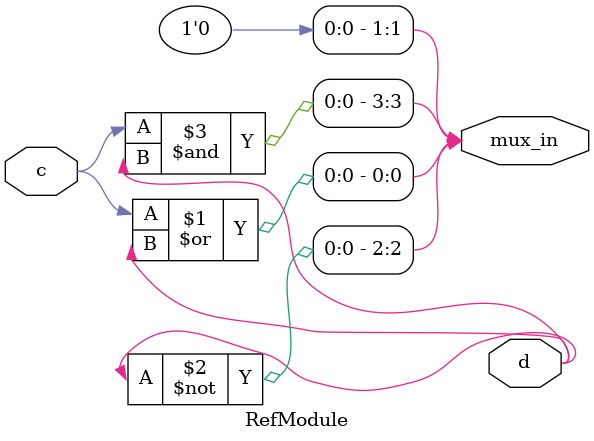
<source format=sv>

module RefModule (
  input c,
  output d,
  output [3:0] mux_in
);

  assign mux_in[0] = c | d;
  assign mux_in[1] = 0;
  assign mux_in[2] = ~d;
  assign mux_in[3] = c&d;

endmodule


</source>
